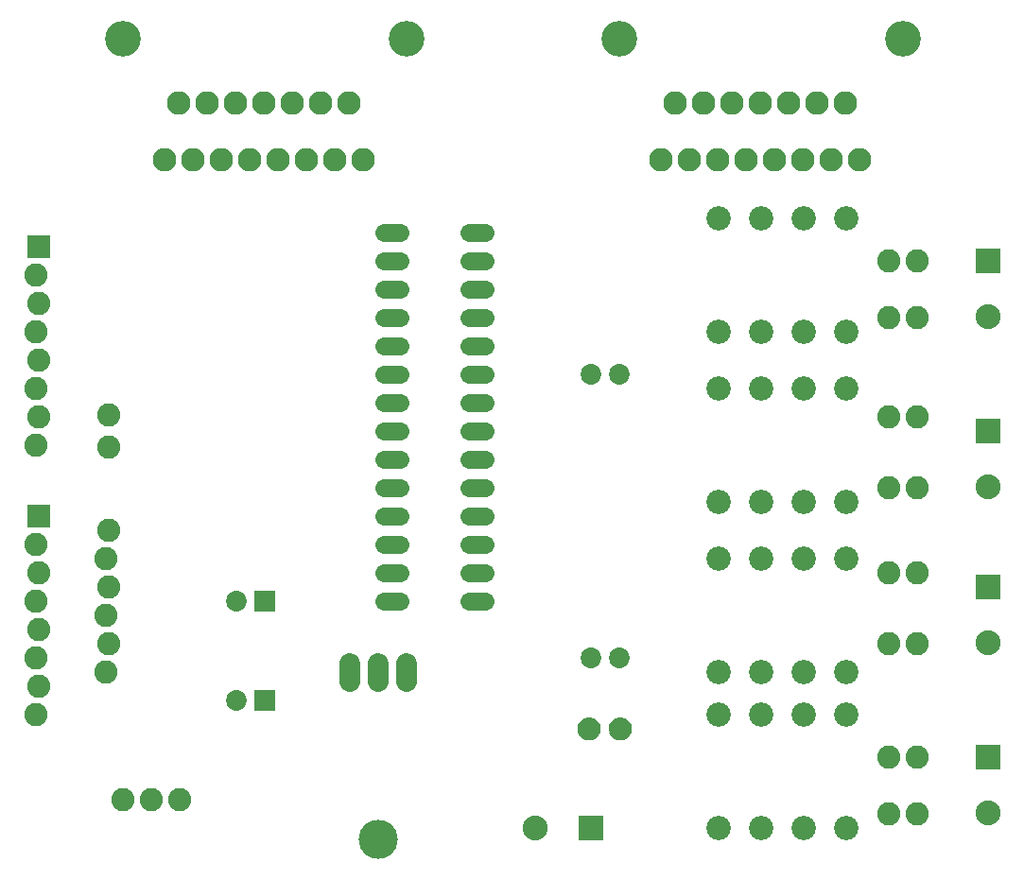
<source format=gbs>
G75*
G70*
%OFA0B0*%
%FSLAX24Y24*%
%IPPOS*%
%LPD*%
%AMOC8*
5,1,8,0,0,1.08239X$1,22.5*
%
%ADD10C,0.0640*%
%ADD11C,0.0730*%
%ADD12C,0.0720*%
%ADD13C,0.1380*%
%ADD14C,0.0050*%
%ADD15R,0.0730X0.0730*%
%ADD16R,0.0880X0.0880*%
%ADD17C,0.0880*%
%ADD18C,0.0820*%
%ADD19C,0.1260*%
%ADD20C,0.0828*%
%ADD21C,0.0860*%
%ADD22R,0.0820X0.0820*%
D10*
X014327Y010601D02*
X014887Y010601D01*
X014887Y011601D02*
X014327Y011601D01*
X014327Y012601D02*
X014887Y012601D01*
X014887Y013601D02*
X014327Y013601D01*
X014327Y014601D02*
X014887Y014601D01*
X014887Y015601D02*
X014327Y015601D01*
X014327Y016601D02*
X014887Y016601D01*
X014887Y017601D02*
X014327Y017601D01*
X014327Y018601D02*
X014887Y018601D01*
X014887Y019601D02*
X014327Y019601D01*
X014327Y020601D02*
X014887Y020601D01*
X014887Y021601D02*
X014327Y021601D01*
X014327Y022601D02*
X014887Y022601D01*
X014887Y023601D02*
X014327Y023601D01*
X017327Y023601D02*
X017887Y023601D01*
X017887Y022601D02*
X017327Y022601D01*
X017327Y021601D02*
X017887Y021601D01*
X017887Y020601D02*
X017327Y020601D01*
X017327Y019601D02*
X017887Y019601D01*
X017887Y018601D02*
X017327Y018601D01*
X017327Y017601D02*
X017887Y017601D01*
X017887Y016601D02*
X017327Y016601D01*
X017327Y015601D02*
X017887Y015601D01*
X017887Y014601D02*
X017327Y014601D01*
X017327Y013601D02*
X017887Y013601D01*
X017887Y012601D02*
X017327Y012601D01*
X017327Y011601D02*
X017887Y011601D01*
X017887Y010601D02*
X017327Y010601D01*
D11*
X021607Y008601D03*
X022607Y008601D03*
X022607Y018601D03*
X021607Y018601D03*
X009107Y010601D03*
X009107Y007101D03*
D12*
X013107Y007781D02*
X013107Y008421D01*
X014107Y008421D02*
X014107Y007781D01*
X015107Y007781D02*
X015107Y008421D01*
D13*
X014107Y002201D03*
D14*
X021231Y005909D02*
X021203Y005967D01*
X021185Y006029D01*
X021179Y006094D01*
X021184Y006160D01*
X021200Y006224D01*
X021228Y006284D01*
X021265Y006339D01*
X021311Y006386D01*
X021365Y006425D01*
X021424Y006453D01*
X021488Y006471D01*
X021554Y006478D01*
X021620Y006471D01*
X021683Y006453D01*
X021743Y006424D01*
X021797Y006385D01*
X021843Y006338D01*
X021880Y006283D01*
X021907Y006223D01*
X021923Y006159D01*
X021928Y006093D01*
X021920Y006021D01*
X021898Y005952D01*
X021864Y005888D01*
X021817Y005833D01*
X021761Y005788D01*
X021696Y005754D01*
X021627Y005734D01*
X021555Y005728D01*
X021490Y005733D01*
X021428Y005748D01*
X021369Y005775D01*
X021315Y005811D01*
X021269Y005856D01*
X021231Y005909D01*
X021223Y005926D02*
X021884Y005926D01*
X021906Y005975D02*
X021201Y005975D01*
X021187Y006023D02*
X021920Y006023D01*
X021926Y006072D02*
X021181Y006072D01*
X021181Y006120D02*
X021926Y006120D01*
X021921Y006169D02*
X021186Y006169D01*
X021199Y006217D02*
X021908Y006217D01*
X021888Y006266D02*
X021219Y006266D01*
X021248Y006314D02*
X021859Y006314D01*
X021819Y006363D02*
X021288Y006363D01*
X021346Y006411D02*
X021761Y006411D01*
X021659Y006460D02*
X021448Y006460D01*
X021254Y005877D02*
X021854Y005877D01*
X021812Y005829D02*
X021297Y005829D01*
X021361Y005780D02*
X021747Y005780D01*
X021602Y005732D02*
X021500Y005732D01*
X022305Y005967D02*
X022287Y006029D01*
X022281Y006094D01*
X022286Y006160D01*
X022302Y006224D01*
X022330Y006284D01*
X022367Y006339D01*
X022413Y006386D01*
X022467Y006425D01*
X022526Y006453D01*
X022590Y006471D01*
X022656Y006478D01*
X022722Y006471D01*
X022785Y006453D01*
X022845Y006424D01*
X022899Y006385D01*
X022945Y006338D01*
X022982Y006283D01*
X023009Y006223D01*
X023025Y006159D01*
X023030Y006093D01*
X023022Y006021D01*
X023000Y005952D01*
X022966Y005888D01*
X022919Y005833D01*
X022863Y005788D01*
X022798Y005754D01*
X022729Y005734D01*
X022657Y005728D01*
X022592Y005733D01*
X022530Y005748D01*
X022471Y005775D01*
X022417Y005811D01*
X022371Y005856D01*
X022333Y005909D01*
X022305Y005967D01*
X022303Y005975D02*
X023008Y005975D01*
X023022Y006023D02*
X022289Y006023D01*
X022283Y006072D02*
X023028Y006072D01*
X023028Y006120D02*
X022283Y006120D01*
X022288Y006169D02*
X023023Y006169D01*
X023010Y006217D02*
X022301Y006217D01*
X022321Y006266D02*
X022990Y006266D01*
X022961Y006314D02*
X022350Y006314D01*
X022390Y006363D02*
X022921Y006363D01*
X022863Y006411D02*
X022448Y006411D01*
X022550Y006460D02*
X022761Y006460D01*
X022986Y005926D02*
X022325Y005926D01*
X022356Y005877D02*
X022956Y005877D01*
X022914Y005829D02*
X022399Y005829D01*
X022463Y005780D02*
X022849Y005780D01*
X022704Y005732D02*
X022602Y005732D01*
D15*
X010107Y007101D03*
X010107Y010601D03*
D16*
X021607Y002601D03*
X035607Y005101D03*
X035607Y011101D03*
X035607Y016601D03*
X035607Y022601D03*
D17*
X035607Y020632D03*
X035607Y014632D03*
X035607Y009132D03*
X035607Y003132D03*
X019638Y002601D03*
D18*
X005107Y003601D03*
X006107Y003601D03*
X007107Y003601D03*
X004507Y008101D03*
X004607Y009101D03*
X004507Y010101D03*
X004607Y011101D03*
X004507Y012101D03*
X004607Y013101D03*
X002057Y012601D03*
X002157Y011601D03*
X002057Y010601D03*
X002157Y009601D03*
X002057Y008601D03*
X002157Y007601D03*
X002057Y006601D03*
X002057Y016101D03*
X002157Y017101D03*
X002057Y018101D03*
X002157Y019101D03*
X002057Y020101D03*
X002157Y021101D03*
X002057Y022101D03*
X004607Y017171D03*
X004607Y016031D03*
X032107Y017101D03*
X033107Y017101D03*
X033107Y014601D03*
X032107Y014601D03*
X032107Y011601D03*
X033107Y011601D03*
X033107Y009101D03*
X032107Y009101D03*
X032107Y005101D03*
X033107Y005101D03*
X033107Y003101D03*
X032107Y003101D03*
X032107Y020601D03*
X033107Y020601D03*
X033107Y022601D03*
X032107Y022601D03*
D19*
X032607Y030451D03*
X022607Y030451D03*
X015107Y030451D03*
X005107Y030451D03*
D20*
X007083Y028160D03*
X008083Y028160D03*
X009083Y028160D03*
X010083Y028160D03*
X011083Y028160D03*
X012083Y028160D03*
X013083Y028160D03*
X012583Y026160D03*
X013583Y026160D03*
X011583Y026160D03*
X010583Y026160D03*
X009583Y026160D03*
X008583Y026160D03*
X007583Y026160D03*
X006583Y026160D03*
X024083Y026160D03*
X025083Y026160D03*
X026083Y026160D03*
X027083Y026160D03*
X028083Y026160D03*
X029083Y026160D03*
X030083Y026160D03*
X031083Y026160D03*
X030583Y028160D03*
X029583Y028160D03*
X028583Y028160D03*
X027583Y028160D03*
X026583Y028160D03*
X025583Y028160D03*
X024583Y028160D03*
D21*
X026107Y024101D03*
X027607Y024101D03*
X029107Y024101D03*
X030607Y024101D03*
X030607Y020101D03*
X029107Y020101D03*
X027607Y020101D03*
X026107Y020101D03*
X026107Y018101D03*
X027607Y018101D03*
X029107Y018101D03*
X030607Y018101D03*
X030607Y014101D03*
X029107Y014101D03*
X027607Y014101D03*
X026107Y014101D03*
X026107Y012101D03*
X027607Y012101D03*
X029107Y012101D03*
X030607Y012101D03*
X030607Y008101D03*
X029107Y008101D03*
X027607Y008101D03*
X026107Y008101D03*
X026107Y006601D03*
X027607Y006601D03*
X029107Y006601D03*
X030607Y006601D03*
X030607Y002601D03*
X029107Y002601D03*
X027607Y002601D03*
X026107Y002601D03*
D22*
X002157Y013601D03*
X002157Y023101D03*
M02*

</source>
